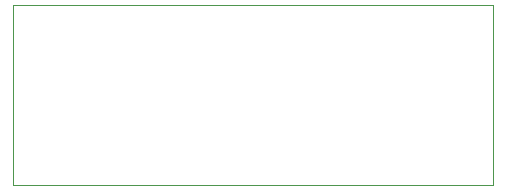
<source format=gbr>
G04 (created by PCBNEW (2013-june-11)-stable) date Sun 26 Jan 2014 09:58:45 PM PST*
%MOIN*%
G04 Gerber Fmt 3.4, Leading zero omitted, Abs format*
%FSLAX34Y34*%
G01*
G70*
G90*
G04 APERTURE LIST*
%ADD10C,0.00590551*%
%ADD11C,0.00393701*%
G04 APERTURE END LIST*
G54D10*
G54D11*
X110000Y-43500D02*
X94000Y-43500D01*
X110000Y-49500D02*
X110000Y-43500D01*
X94000Y-49500D02*
X110000Y-49500D01*
X94000Y-43500D02*
X94000Y-49500D01*
M02*

</source>
